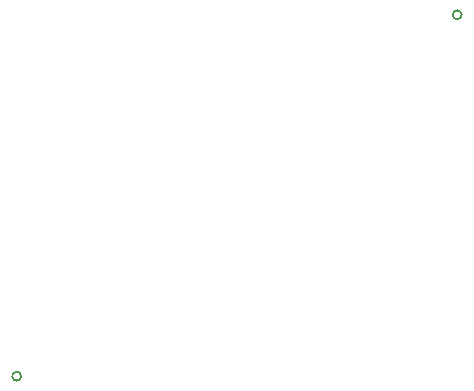
<source format=gbr>
%TF.GenerationSoftware,KiCad,Pcbnew,(6.0.6)*%
%TF.CreationDate,2022-08-27T21:29:47+05:30*%
%TF.ProjectId,rp2040-ble,72703230-3430-42d6-926c-652e6b696361,rev?*%
%TF.SameCoordinates,Original*%
%TF.FileFunction,Legend,Bot*%
%TF.FilePolarity,Positive*%
%FSLAX46Y46*%
G04 Gerber Fmt 4.6, Leading zero omitted, Abs format (unit mm)*
G04 Created by KiCad (PCBNEW (6.0.6)) date 2022-08-27 21:29:47*
%MOMM*%
%LPD*%
G01*
G04 APERTURE LIST*
%ADD10C,0.152400*%
G04 APERTURE END LIST*
D10*
%TO.C,SW2*%
X112394000Y-113878400D02*
G75*
G03*
X112394000Y-113878400I-381000J0D01*
G01*
%TO.C,SW1*%
X149686300Y-83275000D02*
G75*
G03*
X149686300Y-83275000I-381000J0D01*
G01*
%TD*%
M02*

</source>
